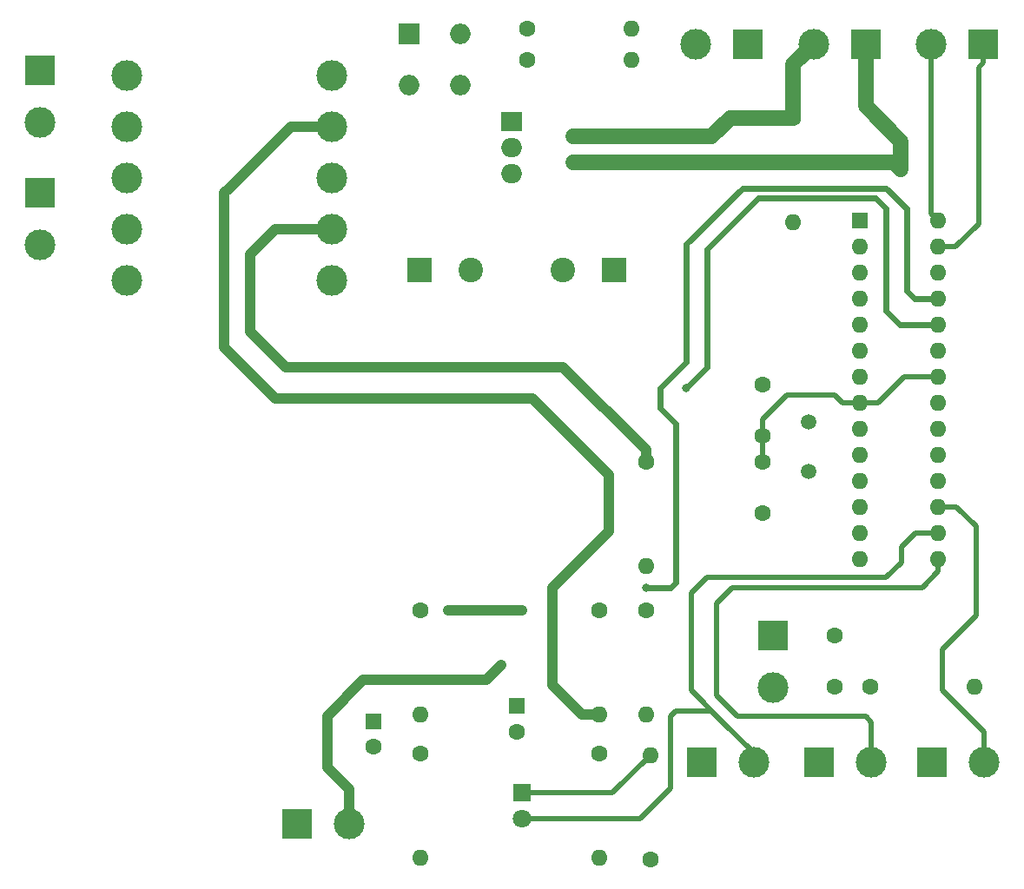
<source format=gtl>
G04 #@! TF.GenerationSoftware,KiCad,Pcbnew,5.0.2+dfsg1-1+deb10u1*
G04 #@! TF.CreationDate,2023-11-22T23:09:25+01:00*
G04 #@! TF.ProjectId,RSO-RouteurSolaireOpensource,52534f2d-526f-4757-9465-7572536f6c61,rev?*
G04 #@! TF.SameCoordinates,Original*
G04 #@! TF.FileFunction,Copper,L1,Top*
G04 #@! TF.FilePolarity,Positive*
%FSLAX46Y46*%
G04 Gerber Fmt 4.6, Leading zero omitted, Abs format (unit mm)*
G04 Created by KiCad (PCBNEW 5.0.2+dfsg1-1+deb10u1) date mer. 22 nov. 2023 23:09:25 CET*
%MOMM*%
%LPD*%
G01*
G04 APERTURE LIST*
G04 #@! TA.AperFunction,ComponentPad*
%ADD10R,3.000000X3.000000*%
G04 #@! TD*
G04 #@! TA.AperFunction,ComponentPad*
%ADD11C,3.000000*%
G04 #@! TD*
G04 #@! TA.AperFunction,ComponentPad*
%ADD12C,1.600000*%
G04 #@! TD*
G04 #@! TA.AperFunction,ComponentPad*
%ADD13O,1.600000X1.600000*%
G04 #@! TD*
G04 #@! TA.AperFunction,ComponentPad*
%ADD14C,1.800000*%
G04 #@! TD*
G04 #@! TA.AperFunction,ComponentPad*
%ADD15R,1.800000X1.800000*%
G04 #@! TD*
G04 #@! TA.AperFunction,ComponentPad*
%ADD16R,1.600000X1.600000*%
G04 #@! TD*
G04 #@! TA.AperFunction,ComponentPad*
%ADD17R,2.400000X2.400000*%
G04 #@! TD*
G04 #@! TA.AperFunction,ComponentPad*
%ADD18C,2.400000*%
G04 #@! TD*
G04 #@! TA.AperFunction,ComponentPad*
%ADD19R,2.000000X2.000000*%
G04 #@! TD*
G04 #@! TA.AperFunction,ComponentPad*
%ADD20O,2.000000X2.000000*%
G04 #@! TD*
G04 #@! TA.AperFunction,ComponentPad*
%ADD21O,2.000000X1.905000*%
G04 #@! TD*
G04 #@! TA.AperFunction,ComponentPad*
%ADD22R,2.000000X1.905000*%
G04 #@! TD*
G04 #@! TA.AperFunction,ComponentPad*
%ADD23C,1.500000*%
G04 #@! TD*
G04 #@! TA.AperFunction,ViaPad*
%ADD24C,0.800000*%
G04 #@! TD*
G04 #@! TA.AperFunction,Conductor*
%ADD25C,0.500000*%
G04 #@! TD*
G04 #@! TA.AperFunction,Conductor*
%ADD26C,0.250000*%
G04 #@! TD*
G04 #@! TA.AperFunction,Conductor*
%ADD27C,1.500000*%
G04 #@! TD*
G04 #@! TA.AperFunction,Conductor*
%ADD28C,0.600000*%
G04 #@! TD*
G04 #@! TA.AperFunction,Conductor*
%ADD29C,1.000000*%
G04 #@! TD*
G04 APERTURE END LIST*
D10*
G04 #@! TO.P,Interupteur,1*
G04 #@! TO.N,N/C*
X40000000Y-73500000D03*
D11*
G04 #@! TO.P,Interupteur,2*
X40000000Y-78580000D03*
G04 #@! TD*
G04 #@! TO.P,Secteur 230v ,2*
G04 #@! TO.N,N/C*
X40000000Y-66580000D03*
D10*
G04 #@! TO.P,Secteur 230v ,1*
X40000000Y-61500000D03*
G04 #@! TD*
D11*
G04 #@! TO.P,SCT 013 - 30A / 1v,2*
G04 #@! TO.N,N/C*
X70160000Y-135000000D03*
D10*
G04 #@! TO.P,SCT 013 - 30A / 1v,1*
X65080000Y-135000000D03*
G04 #@! TD*
D12*
G04 #@! TO.P,1k,1*
G04 #@! TO.N,N/C*
X99500000Y-138500000D03*
D13*
G04 #@! TO.P,1k,2*
X99500000Y-128340000D03*
G04 #@! TD*
D14*
G04 #@! TO.P,LED,2*
G04 #@! TO.N,N/C*
X87000000Y-134540000D03*
D15*
G04 #@! TO.P,LED,1*
X87000000Y-132000000D03*
G04 #@! TD*
D10*
G04 #@! TO.P,- LED +,1*
G04 #@! TO.N,N/C*
X109000000Y-59000000D03*
D11*
G04 #@! TO.P,- LED +,2*
X103920000Y-59000000D03*
G04 #@! TD*
D10*
G04 #@! TO.P,GND / 10PWM,1*
G04 #@! TO.N,N/C*
X104500000Y-129000000D03*
D11*
G04 #@! TO.P,GND / 10PWM,2*
X109580000Y-129000000D03*
G04 #@! TD*
D10*
G04 #@! TO.P,GND / 11PWM,1*
G04 #@! TO.N,N/C*
X127000000Y-129000000D03*
D11*
G04 #@! TO.P,GND / 11PWM,2*
X132080000Y-129000000D03*
G04 #@! TD*
G04 #@! TO.P,GND / 9PWM,2*
G04 #@! TO.N,N/C*
X121080000Y-129000000D03*
D10*
G04 #@! TO.P,GND / 9PWM,1*
X116000000Y-129000000D03*
G04 #@! TD*
D11*
G04 #@! TO.P,230v / 9v,10*
G04 #@! TO.N,N/C*
X68500000Y-82000000D03*
G04 #@! TO.P,230v / 9v,9*
X68500000Y-77000000D03*
G04 #@! TO.P,230v / 9v,8*
X68500000Y-72000000D03*
G04 #@! TO.P,230v / 9v,7*
X68500000Y-67000000D03*
G04 #@! TO.P,230v / 9v,6*
X68500000Y-62000000D03*
G04 #@! TO.P,230v / 9v,5*
X48500000Y-62000000D03*
G04 #@! TO.P,230v / 9v,4*
X48500000Y-67000000D03*
G04 #@! TO.P,230v / 9v,3*
X48500000Y-72000000D03*
G04 #@! TO.P,230v / 9v,2*
X48500000Y-77000000D03*
G04 #@! TO.P,230v / 9v,1*
X48500000Y-82000000D03*
G04 #@! TD*
D13*
G04 #@! TO.P,R/Transfo,2*
G04 #@! TO.N,N/C*
X99076987Y-109847034D03*
D12*
G04 #@! TO.P,R/Transfo,1*
X99076987Y-99687034D03*
G04 #@! TD*
D13*
G04 #@! TO.P,R/Transfo,2*
G04 #@! TO.N,N/C*
X99076987Y-124347034D03*
D12*
G04 #@! TO.P,R/Transfo,1*
X99076987Y-114187034D03*
G04 #@! TD*
G04 #@! TO.P,4\002C7uF,2*
G04 #@! TO.N,N/C*
X86500000Y-126000000D03*
D16*
G04 #@! TO.P,4\002C7uF,1*
X86500000Y-123500000D03*
G04 #@! TD*
D12*
G04 #@! TO.P,100K,1*
G04 #@! TO.N,N/C*
X94576987Y-128187034D03*
D13*
G04 #@! TO.P,100K,2*
X94576987Y-138347034D03*
G04 #@! TD*
D12*
G04 #@! TO.P,100K,1*
G04 #@! TO.N,N/C*
X94576987Y-114187034D03*
D13*
G04 #@! TO.P,100K,2*
X94576987Y-124347034D03*
G04 #@! TD*
D16*
G04 #@! TO.P,4\002C7uF,1*
G04 #@! TO.N,N/C*
X72500000Y-125000000D03*
D12*
G04 #@! TO.P,4\002C7uF,2*
X72500000Y-127500000D03*
G04 #@! TD*
D13*
G04 #@! TO.P,100K,2*
G04 #@! TO.N,N/C*
X77076987Y-138347034D03*
D12*
G04 #@! TO.P,100K,1*
X77076987Y-128187034D03*
G04 #@! TD*
D13*
G04 #@! TO.P,100K,2*
G04 #@! TO.N,N/C*
X77076987Y-124347034D03*
D12*
G04 #@! TO.P,100K,1*
X77076987Y-114187034D03*
G04 #@! TD*
D10*
G04 #@! TO.P,SCL / SDA,1*
G04 #@! TO.N,N/C*
X132000000Y-59000000D03*
D11*
G04 #@! TO.P,SCL / SDA,2*
X126920000Y-59000000D03*
G04 #@! TD*
D12*
G04 #@! TO.P,10nF,1*
G04 #@! TO.N,N/C*
X117462206Y-116678164D03*
G04 #@! TO.P,10nF,2*
X117462206Y-121678164D03*
G04 #@! TD*
D10*
G04 #@! TO.P,Digital 7,1*
G04 #@! TO.N,N/C*
X111462206Y-116678164D03*
D11*
G04 #@! TO.P,Digital 7,2*
X111462206Y-121758164D03*
G04 #@! TD*
D12*
G04 #@! TO.P,10K,1*
G04 #@! TO.N,N/C*
X120962206Y-121678164D03*
D13*
G04 #@! TO.P,10K,2*
X131122206Y-121678164D03*
G04 #@! TD*
D12*
G04 #@! TO.P,22pF,1*
G04 #@! TO.N,N/C*
X110462206Y-92178164D03*
G04 #@! TO.P,22pF,2*
X110462206Y-97178164D03*
G04 #@! TD*
D13*
G04 #@! TO.P,10K,2*
G04 #@! TO.N,N/C*
X113462206Y-76338164D03*
D12*
G04 #@! TO.P,10K,1*
X113462206Y-66178164D03*
G04 #@! TD*
D11*
G04 #@! TO.P,+5v / GND,2*
G04 #@! TO.N,N/C*
X115420000Y-59000000D03*
D10*
G04 #@! TO.P,+5v / GND,1*
X120500000Y-59000000D03*
G04 #@! TD*
D17*
G04 #@! TO.P,1000uF,1*
G04 #@! TO.N,N/C*
X96000000Y-81000000D03*
D18*
G04 #@! TO.P,1000uF,2*
X91000000Y-81000000D03*
G04 #@! TD*
D19*
G04 #@! TO.P,B40R,1*
G04 #@! TO.N,N/C*
X76000000Y-58000000D03*
D20*
G04 #@! TO.P,B40R,3*
X81000000Y-63000000D03*
G04 #@! TO.P,B40R,2*
X76000000Y-63000000D03*
G04 #@! TO.P,B40R,4*
X81000000Y-58000000D03*
G04 #@! TD*
D18*
G04 #@! TO.P,1000uF,2*
G04 #@! TO.N,N/C*
X82000000Y-81000000D03*
D17*
G04 #@! TO.P,1000uF,1*
X77000000Y-81000000D03*
G04 #@! TD*
D21*
G04 #@! TO.P,RIT 7805,3*
G04 #@! TO.N,N/C*
X86000000Y-71580000D03*
G04 #@! TO.P,RIT 7805,2*
X86000000Y-69040000D03*
D22*
G04 #@! TO.P,RIT 7805,1*
X86000000Y-66500000D03*
G04 #@! TD*
D13*
G04 #@! TO.P,1K,2*
G04 #@! TO.N,N/C*
X97660000Y-57500000D03*
D12*
G04 #@! TO.P,1K,1*
X87500000Y-57500000D03*
G04 #@! TD*
D13*
G04 #@! TO.P,R. Var,2*
G04 #@! TO.N,N/C*
X97660000Y-60500000D03*
D12*
G04 #@! TO.P,R. Var,1*
X87500000Y-60500000D03*
G04 #@! TD*
D13*
G04 #@! TO.P,ATMega328P,28*
G04 #@! TO.N,N/C*
X127582206Y-76178164D03*
G04 #@! TO.P,ATMega328P,14*
X119962206Y-109198164D03*
G04 #@! TO.P,ATMega328P,27*
X127582206Y-78718164D03*
G04 #@! TO.P,ATMega328P,13*
X119962206Y-106658164D03*
G04 #@! TO.P,ATMega328P,26*
X127582206Y-81258164D03*
G04 #@! TO.P,ATMega328P,12*
X119962206Y-104118164D03*
G04 #@! TO.P,ATMega328P,25*
X127582206Y-83798164D03*
G04 #@! TO.P,ATMega328P,11*
X119962206Y-101578164D03*
G04 #@! TO.P,ATMega328P,24*
X127582206Y-86338164D03*
G04 #@! TO.P,ATMega328P,10*
X119962206Y-99038164D03*
G04 #@! TO.P,ATMega328P,23*
X127582206Y-88878164D03*
G04 #@! TO.P,ATMega328P,9*
X119962206Y-96498164D03*
G04 #@! TO.P,ATMega328P,22*
X127582206Y-91418164D03*
G04 #@! TO.P,ATMega328P,8*
X119962206Y-93958164D03*
G04 #@! TO.P,ATMega328P,21*
X127582206Y-93958164D03*
G04 #@! TO.P,ATMega328P,7*
X119962206Y-91418164D03*
G04 #@! TO.P,ATMega328P,20*
X127582206Y-96498164D03*
G04 #@! TO.P,ATMega328P,6*
X119962206Y-88878164D03*
G04 #@! TO.P,ATMega328P,19*
X127582206Y-99038164D03*
G04 #@! TO.P,ATMega328P,5*
X119962206Y-86338164D03*
G04 #@! TO.P,ATMega328P,18*
X127582206Y-101578164D03*
G04 #@! TO.P,ATMega328P,4*
X119962206Y-83798164D03*
G04 #@! TO.P,ATMega328P,17*
X127582206Y-104118164D03*
G04 #@! TO.P,ATMega328P,3*
X119962206Y-81258164D03*
G04 #@! TO.P,ATMega328P,16*
X127582206Y-106658164D03*
G04 #@! TO.P,ATMega328P,2*
X119962206Y-78718164D03*
G04 #@! TO.P,ATMega328P,15*
X127582206Y-109198164D03*
D16*
G04 #@! TO.P,ATMega328P,1*
X119962206Y-76178164D03*
G04 #@! TD*
D23*
G04 #@! TO.P,16Mhz,2*
G04 #@! TO.N,N/C*
X114962206Y-95778164D03*
G04 #@! TO.P,16Mhz,1*
X114962206Y-100678164D03*
G04 #@! TD*
D12*
G04 #@! TO.P,22pF,2*
G04 #@! TO.N,N/C*
X110462206Y-104678164D03*
G04 #@! TO.P,22pF,1*
X110462206Y-99678164D03*
G04 #@! TD*
D24*
G04 #@! TO.N,*
X92000000Y-68000000D03*
X92000000Y-70540000D03*
X123962206Y-71178164D03*
X101500000Y-70540000D03*
X103000000Y-92500000D03*
X85000000Y-119500000D03*
X79812966Y-114187034D03*
X87000000Y-114187034D03*
X99076987Y-112000000D03*
G04 #@! TD*
D25*
G04 #@! TO.N,*
X119962206Y-93958164D02*
X121682206Y-93958164D01*
X121682206Y-93958164D02*
X124222206Y-91418164D01*
X124462206Y-91418164D02*
X127582206Y-91418164D01*
D26*
X124222206Y-91418164D02*
X124462206Y-91418164D01*
D25*
X110462206Y-97178164D02*
X110462206Y-99678164D01*
X113962206Y-93178164D02*
X117462206Y-93178164D01*
X118242206Y-93958164D02*
X119962206Y-93958164D01*
X117462206Y-93178164D02*
X118242206Y-93958164D01*
D27*
X92000000Y-68000000D02*
X98500000Y-68000000D01*
D26*
X98460000Y-70540000D02*
X98500000Y-70500000D01*
D27*
X92000000Y-70540000D02*
X98460000Y-70540000D01*
D25*
X126920000Y-75515958D02*
X127582206Y-76178164D01*
X126920000Y-59000000D02*
X126920000Y-75515958D01*
X132000000Y-60750000D02*
X131500000Y-61250000D01*
X132000000Y-59000000D02*
X132000000Y-60750000D01*
X127582206Y-78718164D02*
X129281836Y-78718164D01*
X131500000Y-76500000D02*
X131500000Y-74500000D01*
X129281836Y-78718164D02*
X131500000Y-76500000D01*
X131500000Y-61250000D02*
X131500000Y-74500000D01*
D26*
X131500000Y-74500000D02*
X131500000Y-75500000D01*
D27*
X107321836Y-66178164D02*
X113462206Y-66178164D01*
X98500000Y-68000000D02*
X105500000Y-68000000D01*
X105500000Y-68000000D02*
X107321836Y-66178164D01*
X123324042Y-70540000D02*
X123962206Y-71178164D01*
X98460000Y-70540000D02*
X101500000Y-70540000D01*
X113462206Y-60957794D02*
X115420000Y-59000000D01*
X113462206Y-66178164D02*
X113462206Y-60957794D01*
X123962206Y-71178164D02*
X123962206Y-68462206D01*
X120500000Y-65000000D02*
X120500000Y-59000000D01*
X123962206Y-68462206D02*
X120500000Y-65000000D01*
D25*
X110462206Y-95537794D02*
X110462206Y-97178164D01*
X113962206Y-93178164D02*
X112821836Y-93178164D01*
X112821836Y-93178164D02*
X110462206Y-95537794D01*
D27*
X101500000Y-70540000D02*
X123324042Y-70540000D01*
D28*
X127582206Y-86338164D02*
X123838164Y-86338164D01*
X123838164Y-86338164D02*
X122500000Y-85000000D01*
X122500000Y-85000000D02*
X122500000Y-75000000D01*
X122500000Y-75000000D02*
X121500000Y-74000000D01*
X121500000Y-74000000D02*
X110000000Y-74000000D01*
X110000000Y-74000000D02*
X108500000Y-75500000D01*
X108500000Y-75500000D02*
X105000000Y-79000000D01*
X105000000Y-79000000D02*
X105000000Y-85000000D01*
X127582206Y-83798164D02*
X125298164Y-83798164D01*
X125298164Y-83798164D02*
X124500000Y-83000000D01*
X124500000Y-83000000D02*
X124500000Y-76500000D01*
X124500000Y-76500000D02*
X124500000Y-75000000D01*
X124500000Y-75000000D02*
X122500000Y-73000000D01*
X122500000Y-73000000D02*
X108500000Y-73000000D01*
X108500000Y-73000000D02*
X103000000Y-78500000D01*
X103000000Y-78500000D02*
X103000000Y-85000000D01*
X105000000Y-85000000D02*
X105000000Y-90500000D01*
X105000000Y-90500000D02*
X103000000Y-92500000D01*
X103000000Y-85000000D02*
X103000000Y-90000000D01*
D26*
X100500000Y-92500000D02*
X100500000Y-92500000D01*
X103000000Y-92500000D02*
X103000000Y-92500000D01*
X85000000Y-119500000D02*
X85000000Y-119500000D01*
D29*
X83504114Y-120995886D02*
X85000000Y-119500000D01*
X79812966Y-114187034D02*
X87000000Y-114187034D01*
X68500000Y-67000000D02*
X64500000Y-67000000D01*
X64500000Y-67000000D02*
X58500000Y-73000000D01*
X58500000Y-73000000D02*
X58000000Y-73500000D01*
X90000000Y-121500000D02*
X92847034Y-124347034D01*
X92847034Y-124347034D02*
X94576987Y-124347034D01*
D25*
X127582206Y-104118164D02*
X129381836Y-104118164D01*
X129381836Y-104118164D02*
X131263672Y-106000000D01*
X131263672Y-106000000D02*
X131263672Y-114736328D01*
X127582206Y-110417794D02*
X126000000Y-112000000D01*
X127582206Y-109198164D02*
X127582206Y-110417794D01*
X125341836Y-106658164D02*
X124000000Y-108000000D01*
X124000000Y-109500000D02*
X122500000Y-111000000D01*
X127582206Y-106658164D02*
X125341836Y-106658164D01*
X124000000Y-108000000D02*
X124000000Y-109500000D01*
X132080000Y-129000000D02*
X132080000Y-126080000D01*
X121080000Y-129000000D02*
X121080000Y-125080000D01*
X121080000Y-125080000D02*
X120500000Y-124500000D01*
X120500000Y-124500000D02*
X108000000Y-124500000D01*
D28*
X103000000Y-90000000D02*
X101500000Y-91500000D01*
X101500000Y-91500000D02*
X100500000Y-92500000D01*
D29*
X64000000Y-90500000D02*
X60500000Y-87000000D01*
X60500000Y-87000000D02*
X60500000Y-79500000D01*
X63000000Y-77000000D02*
X67000000Y-77000000D01*
X68500000Y-77000000D02*
X67000000Y-77000000D01*
X60500000Y-79500000D02*
X63000000Y-77000000D01*
X67000000Y-77000000D02*
X64500000Y-77000000D01*
X58000000Y-73500000D02*
X58000000Y-88500000D01*
X58000000Y-88500000D02*
X63000000Y-93500000D01*
X63000000Y-93500000D02*
X88000000Y-93500000D01*
X88000000Y-93500000D02*
X93000000Y-98500000D01*
X90000000Y-112000000D02*
X90000000Y-121500000D01*
D25*
X122500000Y-111000000D02*
X105000000Y-111000000D01*
X105000000Y-111000000D02*
X103500000Y-112500000D01*
D29*
X93000000Y-98500000D02*
X95500000Y-101000000D01*
D28*
X102000000Y-96000000D02*
X100500000Y-94500000D01*
X100500000Y-92500000D02*
X100500000Y-94500000D01*
D26*
X109580000Y-128080000D02*
X109580000Y-129000000D01*
D25*
X106500000Y-125000000D02*
X109580000Y-128080000D01*
X95840000Y-132000000D02*
X99500000Y-128340000D01*
X87000000Y-132000000D02*
X95840000Y-132000000D01*
X103500000Y-124000000D02*
X105500000Y-124000000D01*
X105500000Y-124000000D02*
X106500000Y-125000000D01*
X108000000Y-124500000D02*
X106000000Y-122500000D01*
X104500000Y-123000000D02*
X105500000Y-124000000D01*
D29*
X95500000Y-106500000D02*
X94500000Y-107500000D01*
X94500000Y-107500000D02*
X90000000Y-112000000D01*
D25*
X103500000Y-124000000D02*
X103040000Y-124000000D01*
X87000000Y-134540000D02*
X98500000Y-134540000D01*
D29*
X71504114Y-120995886D02*
X74500000Y-120995886D01*
X74500000Y-120995886D02*
X83504114Y-120995886D01*
X70160000Y-135000000D02*
X70160000Y-131660000D01*
X70160000Y-131660000D02*
X68000000Y-129500000D01*
X68000000Y-129500000D02*
X68000000Y-124500000D01*
X68000000Y-124500000D02*
X71504114Y-120995886D01*
D25*
X128000000Y-118000000D02*
X128000000Y-122000000D01*
X132080000Y-126080000D02*
X129000000Y-123000000D01*
X128000000Y-122000000D02*
X129000000Y-123000000D01*
X131263672Y-114736328D02*
X128000000Y-118000000D01*
X106000000Y-113500000D02*
X107500000Y-112000000D01*
X106000000Y-122500000D02*
X106000000Y-113500000D01*
X126000000Y-112000000D02*
X107500000Y-112000000D01*
X104500000Y-123000000D02*
X103500000Y-122000000D01*
X103500000Y-112500000D02*
X103500000Y-122000000D01*
D29*
X95500000Y-101000000D02*
X95500000Y-106500000D01*
D28*
X100500000Y-112000000D02*
X99076987Y-112000000D01*
X100500000Y-112000000D02*
X101500000Y-112000000D01*
D25*
X101000000Y-112000000D02*
X100500000Y-112000000D01*
D28*
X101500000Y-112000000D02*
X102000000Y-111500000D01*
X102000000Y-111500000D02*
X102000000Y-103500000D01*
D25*
X102000000Y-105500000D02*
X102000000Y-103500000D01*
D28*
X102000000Y-103500000D02*
X102000000Y-96000000D01*
D25*
X101500000Y-124500000D02*
X101500000Y-131540000D01*
X102000000Y-124000000D02*
X101500000Y-124500000D01*
X103040000Y-124000000D02*
X102000000Y-124000000D01*
X101500000Y-131540000D02*
X98500000Y-134540000D01*
D29*
X91021323Y-90500000D02*
X89000000Y-90500000D01*
X99076987Y-98555664D02*
X91021323Y-90500000D01*
X99076987Y-99687034D02*
X99076987Y-98555664D01*
X89000000Y-90500000D02*
X64000000Y-90500000D01*
G04 #@! TD*
M02*

</source>
